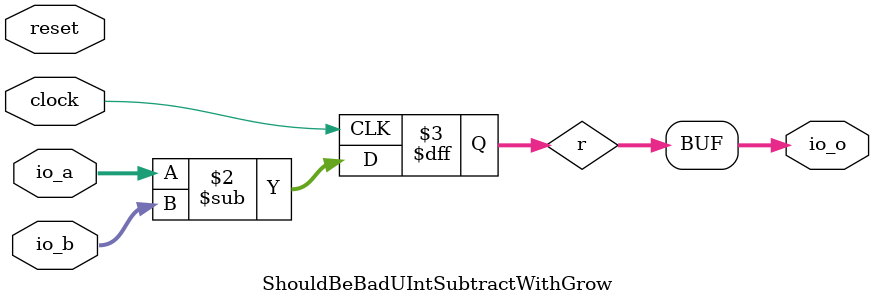
<source format=v>
module ShouldBeBadUIntSubtractWithGrow(
  input        clock,
  input        reset,
  input  [3:0] io_a,
  input  [3:0] io_b,
  output [3:0] io_o
);
`ifdef RANDOMIZE_REG_INIT
  reg [31:0] _RAND_0;
`endif // RANDOMIZE_REG_INIT
  reg [3:0] r; // @[NumbersSpec.scala 215:18]
  assign io_o = r; // @[NumbersSpec.scala 216:8]
  always @(posedge clock) begin
    r <= io_a - io_b; // @[NumbersSpec.scala 215:60]
  end
// Register and memory initialization
`ifdef RANDOMIZE_GARBAGE_ASSIGN
`define RANDOMIZE
`endif
`ifdef RANDOMIZE_INVALID_ASSIGN
`define RANDOMIZE
`endif
`ifdef RANDOMIZE_REG_INIT
`define RANDOMIZE
`endif
`ifdef RANDOMIZE_MEM_INIT
`define RANDOMIZE
`endif
`ifndef RANDOM
`define RANDOM $random
`endif
`ifdef RANDOMIZE_MEM_INIT
  integer initvar;
`endif
`ifndef SYNTHESIS
`ifdef FIRRTL_BEFORE_INITIAL
`FIRRTL_BEFORE_INITIAL
`endif
initial begin
  `ifdef RANDOMIZE
    `ifdef INIT_RANDOM
      `INIT_RANDOM
    `endif
    `ifndef VERILATOR
      `ifdef RANDOMIZE_DELAY
        #`RANDOMIZE_DELAY begin end
      `else
        #0.002 begin end
      `endif
    `endif
`ifdef RANDOMIZE_REG_INIT
  _RAND_0 = {1{`RANDOM}};
  r = _RAND_0[3:0];
`endif // RANDOMIZE_REG_INIT
  `endif // RANDOMIZE
end // initial
`ifdef FIRRTL_AFTER_INITIAL
`FIRRTL_AFTER_INITIAL
`endif
`endif // SYNTHESIS
endmodule

</source>
